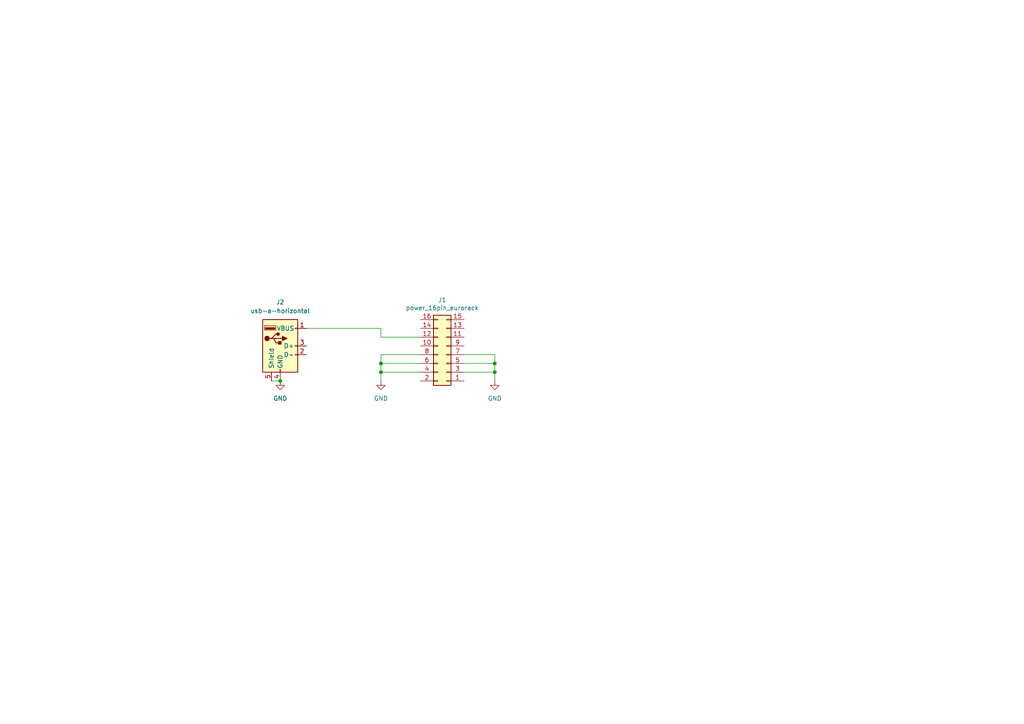
<source format=kicad_sch>
(kicad_sch (version 20231120) (generator "eeschema") (generator_version "8.0")
  (paper "A4")
  (lib_symbols
    (symbol "Connector:USB_A" (pin_names (offset 1.016))
      (property "Reference" "J" (at -5.08 11.43 0))
      (property "Value" "USB_A" (at -5.08 8.89 0))
      (symbol "USB_A_0_1"
        (rectangle (start -5.08 -7.62) (end 5.08 7.62) (stroke (width 0.254)) (fill (type background)))
        (circle (center -3.81 2.159) (radius 0.635) (stroke (width 0.254)) (fill (type outline)))
        (rectangle (start -1.524 4.826) (end -4.318 5.334) (fill (type outline)))
        (rectangle (start -1.27 4.572) (end -4.572 5.842))
        (circle (center -0.635 3.429) (radius 0.381) (stroke (width 0.254)) (fill (type outline)))
        (rectangle (start -0.127 -7.62) (end 0.127 -6.858))
        (polyline (pts (xy -3.175 2.159) (xy -2.54 2.159) (xy -1.27 3.429) (xy -0.635 3.429)) (stroke (width 0.254)))
        (polyline (pts (xy -2.54 2.159) (xy -1.905 2.159) (xy -1.27 0.889) (xy 0 0.889)) (stroke (width 0.254)))
        (polyline (pts (xy 0.635 2.794) (xy 0.635 1.524) (xy 1.905 2.159) (xy 0.635 2.794)) (stroke (width 0.254)) (fill (type outline)))
        (rectangle (start 0.254 1.27) (end -0.508 0.508) (stroke (width 0.254)) (fill (type outline)))
        (rectangle (start 5.08 -2.667) (end 4.318 -2.413))
        (rectangle (start 5.08 -0.127) (end 4.318 0.127))
        (rectangle (start 5.08 4.953) (end 4.318 5.207))
      )
      (symbol "USB_A_1_1"
        (polyline (pts (xy -1.905 2.159) (xy 0.635 2.159)) (stroke (width 0.254)))
        (pin power_in line (at 7.62 5.08 180) (length 2.54) (name "VBUS") (number "1"))
        (pin bidirectional line (at 7.62 -2.54 180) (length 2.54) (name "D-") (number "2"))
        (pin bidirectional line (at 7.62 0 180) (length 2.54) (name "D+") (number "3"))
        (pin power_in line (at 0 -10.16 90) (length 2.54) (name "GND") (number "4"))
        (pin passive line (at -2.54 -10.16 90) (length 2.54) (name "Shield") (number "5"))
      )
    )
    (symbol "Connector_Generic:Conn_02x08_Odd_Even" (pin_names (offset 1.016) hide)
      (property "Reference" "J" (at 1.27 10.16 0))
      (property "Value" "Conn_02x08_Odd_Even" (at 1.27 -12.7 0))
      (symbol "Conn_02x08_Odd_Even_1_1"
        (rectangle (start -1.27 -10.033) (end 0 -10.287) (stroke (width 0.1524)))
        (rectangle (start -1.27 -7.493) (end 0 -7.747) (stroke (width 0.1524)))
        (rectangle (start -1.27 -4.953) (end 0 -5.207) (stroke (width 0.1524)))
        (rectangle (start -1.27 -2.413) (end 0 -2.667) (stroke (width 0.1524)))
        (rectangle (start -1.27 0.127) (end 0 -0.127) (stroke (width 0.1524)))
        (rectangle (start -1.27 2.667) (end 0 2.413) (stroke (width 0.1524)))
        (rectangle (start -1.27 5.207) (end 0 4.953) (stroke (width 0.1524)))
        (rectangle (start -1.27 7.747) (end 0 7.493) (stroke (width 0.1524)))
        (rectangle (start -1.27 8.89) (end 3.81 -11.43) (stroke (width 0.254)) (fill (type background)))
        (rectangle (start 3.81 -10.033) (end 2.54 -10.287) (stroke (width 0.1524)))
        (rectangle (start 3.81 -7.493) (end 2.54 -7.747) (stroke (width 0.1524)))
        (rectangle (start 3.81 -4.953) (end 2.54 -5.207) (stroke (width 0.1524)))
        (rectangle (start 3.81 -2.413) (end 2.54 -2.667) (stroke (width 0.1524)))
        (rectangle (start 3.81 0.127) (end 2.54 -0.127) (stroke (width 0.1524)))
        (rectangle (start 3.81 2.667) (end 2.54 2.413) (stroke (width 0.1524)))
        (rectangle (start 3.81 5.207) (end 2.54 4.953) (stroke (width 0.1524)))
        (rectangle (start 3.81 7.747) (end 2.54 7.493) (stroke (width 0.1524)))
        (pin passive line (at -5.08 7.62 0) (length 3.81) (name "Pin_1") (number "1"))
        (pin passive line (at 7.62 -2.54 180) (length 3.81) (name "Pin_10") (number "10"))
        (pin passive line (at -5.08 -5.08 0) (length 3.81) (name "Pin_11") (number "11"))
        (pin passive line (at 7.62 -5.08 180) (length 3.81) (name "Pin_12") (number "12"))
        (pin passive line (at -5.08 -7.62 0) (length 3.81) (name "Pin_13") (number "13"))
        (pin passive line (at 7.62 -7.62 180) (length 3.81) (name "Pin_14") (number "14"))
        (pin passive line (at -5.08 -10.16 0) (length 3.81) (name "Pin_15") (number "15"))
        (pin passive line (at 7.62 -10.16 180) (length 3.81) (name "Pin_16") (number "16"))
        (pin passive line (at 7.62 7.62 180) (length 3.81) (name "Pin_2") (number "2"))
        (pin passive line (at -5.08 5.08 0) (length 3.81) (name "Pin_3") (number "3"))
        (pin passive line (at 7.62 5.08 180) (length 3.81) (name "Pin_4") (number "4"))
        (pin passive line (at -5.08 2.54 0) (length 3.81) (name "Pin_5") (number "5"))
        (pin passive line (at 7.62 2.54 180) (length 3.81) (name "Pin_6") (number "6"))
        (pin passive line (at -5.08 0 0) (length 3.81) (name "Pin_7") (number "7"))
        (pin passive line (at 7.62 0 180) (length 3.81) (name "Pin_8") (number "8"))
        (pin passive line (at -5.08 -2.54 0) (length 3.81) (name "Pin_9") (number "9"))
      )
    )
    (symbol "power:GND" (power) (pin_numbers hide) (pin_names (offset 0) hide)
      (property "Value" "GND" (at 0 -3.81 0))
      (symbol "GND_0_1"
        (polyline (pts (xy 0 0) (xy 0 -1.27) (xy 1.27 -1.27) (xy 0 -2.54) (xy -1.27 -1.27) (xy 0 -1.27)))
      )
      (symbol "GND_1_1"
        (pin power_in line (at 0 0 270) (length 0) (name "~") (number "1"))
      )
    )
  )
  (junction (at 143.51 105.41))
  (junction (at 110.49 105.41))
  (junction (at 110.49 107.95))
  (junction (at 81.28 110.49))
  (junction (at 143.51 107.95))
  (wire (pts (xy 110.49 97.79) (xy 110.49 95.25)))
  (wire (pts (xy 121.92 97.79) (xy 110.49 97.79)))
  (wire (pts (xy 110.49 107.95) (xy 121.92 107.95)))
  (wire (pts (xy 143.51 105.41) (xy 143.51 102.87)))
  (wire (pts (xy 110.49 107.95) (xy 110.49 110.49)))
  (wire (pts (xy 78.74 110.49) (xy 81.28 110.49)))
  (wire (pts (xy 143.51 102.87) (xy 134.62 102.87)))
  (wire (pts (xy 110.49 95.25) (xy 88.9 95.25)))
  (wire (pts (xy 134.62 107.95) (xy 143.51 107.95)))
  (wire (pts (xy 121.92 102.87) (xy 110.49 102.87)))
  (wire (pts (xy 110.49 102.87) (xy 110.49 105.41)))
  (wire (pts (xy 110.49 105.41) (xy 121.92 105.41)))
  (wire (pts (xy 143.51 110.49) (xy 143.51 107.95)))
  (wire (pts (xy 134.62 105.41) (xy 143.51 105.41)))
  (wire (pts (xy 110.49 105.41) (xy 110.49 107.95)))
  (wire (pts (xy 143.51 107.95) (xy 143.51 105.41)))
  (symbol (lib_id "power:GND") (at 81.28 110.49 0) (unit 1)
    (property "Reference" "#PWR03" (effects (hide yes)))
    (property "Value" "GND" (at 81.28 115.57 0))
    (property "Description" "Power symbol creates a global label with name \"GND\" , ground" (effects (hide yes)))
  )
  (symbol (lib_id "power:GND") (at 110.49 110.49 0) (unit 1)
    (property "Reference" "#PWR02" (effects (hide yes)))
    (property "Value" "GND" (at 110.49 115.57 0))
    (property "Description" "Power symbol creates a global label with name \"GND\" , ground" (effects (hide yes)))
  )
  (symbol (lib_id "Connector_Generic:Conn_02x08_Odd_Even") (at 129.54 102.87 180) (unit 1)
    (property "Reference" "J1" (at 128.27 86.995 0))
    (property "Value" "power_16pin_eurorack" (at 128.27 89.3064 0))
    (property "Footprint" "Connector_IDC:IDC-Header_2x08_P2.54mm_Vertical" (effects (hide yes)))
    (property "Description" "Generic connector, double row, 02x08, odd/even pin numbering scheme (row 1 odd numbers, row 2 even numbers), script generated (kicad-library-utils/schlib/autogen/connector/)" (effects (hide yes)))
  )
  (symbol (lib_id "power:GND") (at 143.51 110.49 0) (unit 1)
    (property "Reference" "#PWR01" (effects (hide yes)))
    (property "Value" "GND" (at 143.51 115.57 0))
    (property "Description" "Power symbol creates a global label with name \"GND\" , ground" (effects (hide yes)))
  )
  (symbol (lib_id "Connector:USB_A") (at 81.28 100.33 0) (unit 1)
    (property "Reference" "J2" (at 81.28 87.63 0))
    (property "Value" "usb-a-horizontal" (at 81.28 90.17 0))
    (property "Footprint" "Connector_USB:USB_A_CONNFLY_DS1095-WNR0" (effects (hide yes)))
    (property "Datasheet" " ~" (effects (hide yes)))
  )
)
</source>
